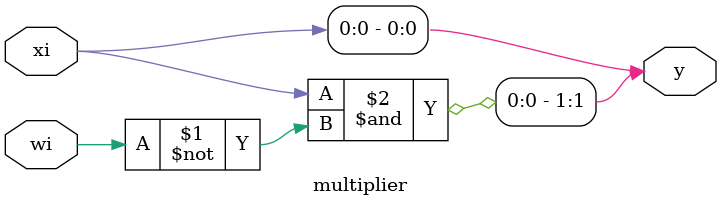
<source format=v>
module multiplier (
    input xi,
    input wi,
    output [1:0] y
);

    assign y[0] = xi;
    assign y[1] = xi & (~wi);

endmodule

</source>
